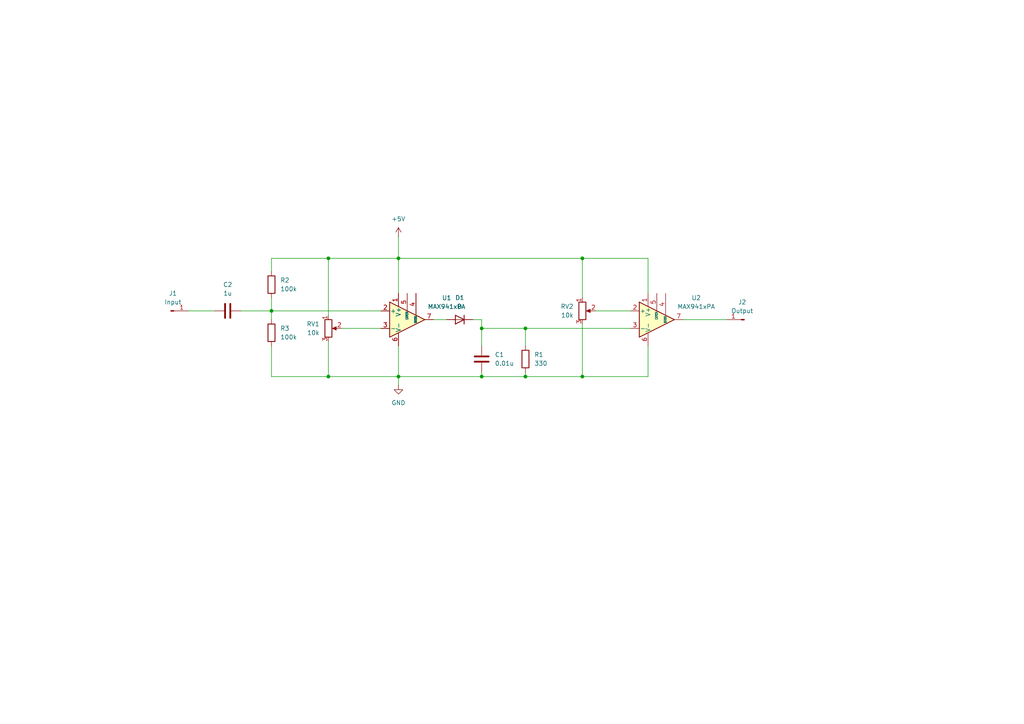
<source format=kicad_sch>
(kicad_sch (version 20231120) (generator "eeschema") (generator_version "8.0")
  (paper "A4")
  (lib_symbols
    (symbol "Comparator:MAX941xPA" (pin_names (offset 0.127))
      (property "Reference" "U" (at 3.81 6.35 0))
      (property "Value" "MAX941xPA" (at 3.81 3.81 0))
      (symbol "MAX941xPA_0_1"
        (polyline (pts (xy -5.08 5.08) (xy -5.08 -5.08) (xy 5.08 0) (xy -5.08 5.08)) (stroke (width 0.254)) (fill (type background)))
      )
      (symbol "MAX941xPA_1_1"
        (pin power_in line (at -2.54 7.62 270) (length 3.81) (name "V+") (number "1"))
        (pin input line (at -7.62 2.54 0) (length 2.54) (name "+") (number "2"))
        (pin input line (at -7.62 -2.54 0) (length 2.54) (name "-") (number "3"))
        (pin input line (at 2.54 7.62 270) (length 6.35) (name "~{SHDN}") (number "4"))
        (pin input line (at 0 7.62 270) (length 5.08) (name "~{LATCH}") (number "5"))
        (pin power_in line (at -2.54 -7.62 90) (length 3.81) (name "V-") (number "6"))
        (pin output line (at 7.62 0 180) (length 2.54) (name "~") (number "7"))
        (pin no_connect line (at 0 -2.54 90) (length 2.54) hide (name "NC") (number "8"))
      )
    )
    (symbol "Connector:Conn_01x01_Pin" (pin_names (offset 1.016) hide)
      (property "Reference" "J" (at 0 2.54 0))
      (property "Value" "Conn_01x01_Pin" (at 0 -2.54 0))
      (symbol "Conn_01x01_Pin_1_1"
        (polyline (pts (xy 1.27 0) (xy 0.8636 0)) (stroke (width 0.1524)))
        (rectangle (start 0.8636 0.127) (end 0 -0.127) (stroke (width 0.1524)) (fill (type outline)))
        (pin passive line (at 5.08 0 180) (length 3.81) (name "Pin_1") (number "1"))
      )
    )
    (symbol "Device:C" (pin_numbers hide) (pin_names (offset 0.254))
      (property "Reference" "C" (at 0.635 2.54 0))
      (property "Value" "C" (at 0.635 -2.54 0))
      (symbol "C_0_1"
        (polyline (pts (xy -2.032 -0.762) (xy 2.032 -0.762)) (stroke (width 0.508)))
        (polyline (pts (xy -2.032 0.762) (xy 2.032 0.762)) (stroke (width 0.508)))
      )
      (symbol "C_1_1"
        (pin passive line (at 0 3.81 270) (length 2.794) (name "~") (number "1"))
        (pin passive line (at 0 -3.81 90) (length 2.794) (name "~") (number "2"))
      )
    )
    (symbol "Device:D" (pin_numbers hide) (pin_names (offset 1.016) hide)
      (property "Reference" "D" (at 0 2.54 0))
      (property "Value" "D" (at 0 -2.54 0))
      (symbol "D_0_1"
        (polyline (pts (xy -1.27 1.27) (xy -1.27 -1.27)) (stroke (width 0.254)))
        (polyline (pts (xy 1.27 0) (xy -1.27 0)))
        (polyline (pts (xy 1.27 1.27) (xy 1.27 -1.27) (xy -1.27 0) (xy 1.27 1.27)) (stroke (width 0.254)))
      )
      (symbol "D_1_1"
        (pin passive line (at -3.81 0 0) (length 2.54) (name "K") (number "1"))
        (pin passive line (at 3.81 0 180) (length 2.54) (name "A") (number "2"))
      )
    )
    (symbol "Device:R" (pin_numbers hide) (pin_names (offset 0))
      (property "Reference" "R" (at 2.032 0 90))
      (property "Value" "R" (at 0 0 90))
      (symbol "R_0_1"
        (rectangle (start -1.016 -2.54) (end 1.016 2.54) (stroke (width 0.254)))
      )
      (symbol "R_1_1"
        (pin passive line (at 0 3.81 270) (length 1.27) (name "~") (number "1"))
        (pin passive line (at 0 -3.81 90) (length 1.27) (name "~") (number "2"))
      )
    )
    (symbol "Device:R_Potentiometer" (pin_names (offset 1.016) hide)
      (property "Reference" "RV" (at -4.445 0 90))
      (property "Value" "R_Potentiometer" (at -2.54 0 90))
      (symbol "R_Potentiometer_0_1"
        (polyline (pts (xy 2.54 0) (xy 1.524 0)))
        (polyline (pts (xy 1.143 0) (xy 2.286 0.508) (xy 2.286 -0.508) (xy 1.143 0)) (fill (type outline)))
        (rectangle (start 1.016 2.54) (end -1.016 -2.54) (stroke (width 0.254)))
      )
      (symbol "R_Potentiometer_1_1"
        (pin passive line (at 0 3.81 270) (length 1.27) (name "1") (number "1"))
        (pin passive line (at 3.81 0 180) (length 1.27) (name "2") (number "2"))
        (pin passive line (at 0 -3.81 90) (length 1.27) (name "3") (number "3"))
      )
    )
    (symbol "power:+5V" (power) (pin_numbers hide) (pin_names (offset 0) hide)
      (property "Value" "+5V" (at 0 3.556 0))
      (symbol "+5V_0_1"
        (polyline (pts (xy -0.762 1.27) (xy 0 2.54)))
        (polyline (pts (xy 0 0) (xy 0 2.54)))
        (polyline (pts (xy 0 2.54) (xy 0.762 1.27)))
      )
      (symbol "+5V_1_1"
        (pin power_in line (at 0 0 90) (length 0) (name "~") (number "1"))
      )
    )
    (symbol "power:GND" (power) (pin_numbers hide) (pin_names (offset 0) hide)
      (property "Value" "GND" (at 0 -3.81 0))
      (symbol "GND_0_1"
        (polyline (pts (xy 0 0) (xy 0 -1.27) (xy 1.27 -1.27) (xy 0 -2.54) (xy -1.27 -1.27) (xy 0 -1.27)))
      )
      (symbol "GND_1_1"
        (pin power_in line (at 0 0 270) (length 0) (name "~") (number "1"))
      )
    )
  )
  (junction (at 152.4 95.25))
  (junction (at 78.74 90.17))
  (junction (at 95.25 109.22))
  (junction (at 115.57 109.22))
  (junction (at 115.57 74.93))
  (junction (at 168.91 74.93))
  (junction (at 152.4 109.22))
  (junction (at 139.7 95.25))
  (junction (at 139.7 109.22))
  (junction (at 168.91 109.22))
  (junction (at 95.25 74.93))
  (wire (pts (xy 78.74 74.93) (xy 95.25 74.93)))
  (wire (pts (xy 168.91 74.93) (xy 168.91 86.36)))
  (wire (pts (xy 139.7 95.25) (xy 139.7 100.33)))
  (wire (pts (xy 187.96 85.09) (xy 187.96 74.93)))
  (wire (pts (xy 187.96 74.93) (xy 168.91 74.93)))
  (wire (pts (xy 139.7 95.25) (xy 152.4 95.25)))
  (wire (pts (xy 152.4 109.22) (xy 168.91 109.22)))
  (wire (pts (xy 139.7 107.95) (xy 139.7 109.22)))
  (wire (pts (xy 115.57 68.58) (xy 115.57 74.93)))
  (wire (pts (xy 78.74 109.22) (xy 95.25 109.22)))
  (wire (pts (xy 95.25 74.93) (xy 115.57 74.93)))
  (wire (pts (xy 115.57 111.76) (xy 115.57 109.22)))
  (wire (pts (xy 172.72 90.17) (xy 182.88 90.17)))
  (wire (pts (xy 95.25 74.93) (xy 95.25 91.44)))
  (wire (pts (xy 115.57 109.22) (xy 115.57 100.33)))
  (wire (pts (xy 139.7 109.22) (xy 152.4 109.22)))
  (wire (pts (xy 152.4 109.22) (xy 152.4 107.95)))
  (wire (pts (xy 99.06 95.25) (xy 110.49 95.25)))
  (wire (pts (xy 168.91 109.22) (xy 187.96 109.22)))
  (wire (pts (xy 54.61 90.17) (xy 62.23 90.17)))
  (wire (pts (xy 78.74 100.33) (xy 78.74 109.22)))
  (wire (pts (xy 78.74 78.74) (xy 78.74 74.93)))
  (wire (pts (xy 137.16 92.71) (xy 139.7 92.71)))
  (wire (pts (xy 152.4 95.25) (xy 152.4 100.33)))
  (wire (pts (xy 115.57 74.93) (xy 115.57 85.09)))
  (wire (pts (xy 78.74 90.17) (xy 78.74 92.71)))
  (wire (pts (xy 139.7 92.71) (xy 139.7 95.25)))
  (wire (pts (xy 168.91 74.93) (xy 115.57 74.93)))
  (wire (pts (xy 78.74 90.17) (xy 110.49 90.17)))
  (wire (pts (xy 78.74 86.36) (xy 78.74 90.17)))
  (wire (pts (xy 187.96 100.33) (xy 187.96 109.22)))
  (wire (pts (xy 115.57 109.22) (xy 139.7 109.22)))
  (wire (pts (xy 95.25 109.22) (xy 115.57 109.22)))
  (wire (pts (xy 125.73 92.71) (xy 129.54 92.71)))
  (wire (pts (xy 198.12 92.71) (xy 210.82 92.71)))
  (wire (pts (xy 182.88 95.25) (xy 152.4 95.25)))
  (wire (pts (xy 69.85 90.17) (xy 78.74 90.17)))
  (wire (pts (xy 95.25 99.06) (xy 95.25 109.22)))
  (wire (pts (xy 168.91 93.98) (xy 168.91 109.22)))
  (symbol (lib_id "Device:C") (at 139.7 104.14 0) (unit 1)
    (property "Reference" "C1" (at 143.51 102.8699 0) (effects (justify left)))
    (property "Value" "0.01u" (at 143.51 105.4099 0) (effects (justify left)))
    (property "Description" "Unpolarized capacitor" (effects (hide yes)))
  )
  (symbol (lib_id "Connector:Conn_01x01_Pin") (at 215.9 92.71 180) (unit 1)
    (property "Reference" "J2" (at 215.265 87.63 0))
    (property "Value" "Output" (at 215.265 90.17 0))
    (property "Description" "Generic connector, single row, 01x01, script generated" (effects (hide yes)))
  )
  (symbol (lib_id "Device:R") (at 78.74 96.52 0) (unit 1)
    (property "Reference" "R3" (at 81.28 95.2499 0) (effects (justify left)))
    (property "Value" "100k" (at 81.28 97.7899 0) (effects (justify left)))
    (property "Description" "Resistor" (effects (hide yes)))
  )
  (symbol (lib_id "Device:R_Potentiometer") (at 95.25 95.25 0) (unit 1)
    (property "Reference" "RV1" (at 92.71 93.9799 0) (effects (justify right)))
    (property "Value" "10k" (at 92.71 96.5199 0) (effects (justify right)))
    (property "Description" "Potentiometer" (effects (hide yes)))
  )
  (symbol (lib_id "Device:R_Potentiometer") (at 168.91 90.17 0) (unit 1)
    (property "Reference" "RV2" (at 166.37 88.8999 0) (effects (justify right)))
    (property "Value" "10k" (at 166.37 91.4399 0) (effects (justify right)))
    (property "Description" "Potentiometer" (effects (hide yes)))
  )
  (symbol (lib_id "Comparator:MAX941xPA") (at 118.11 92.71 0) (unit 1)
    (property "Reference" "U1" (at 129.54 86.3914 0))
    (property "Value" "MAX941xPA" (at 129.54 88.9314 0))
    (property "Footprint" "Package_DIP:DIP-8_W7.62mm" (effects (hide yes)))
    (property "Datasheet" "https://datasheets.maximintegrated.com/en/ds/MAX941-MAX944.pdf" (effects (hide yes)))
    (property "Description" "High-Speed, Low-Power, 3V/5V, Rail-to-Rail, Single-Supply Comparator, PDIP-8" (effects (hide yes)))
  )
  (symbol (lib_id "Connector:Conn_01x01_Pin") (at 49.53 90.17 0) (unit 1)
    (property "Reference" "J1" (at 50.165 85.09 0))
    (property "Value" "Input" (at 50.165 87.63 0))
    (property "Description" "Generic connector, single row, 01x01, script generated" (effects (hide yes)))
  )
  (symbol (lib_id "Device:D") (at 133.35 92.71 180) (unit 1)
    (property "Reference" "D1" (at 133.35 86.36 0))
    (property "Value" "D" (at 133.35 88.9 0))
    (property "Description" "Diode" (effects (hide yes)))
    (property "Sim.Device" "D" (effects (hide yes)))
    (property "Sim.Pins" "1=K 2=A" (effects (hide yes)))
  )
  (symbol (lib_id "Device:R") (at 78.74 82.55 0) (unit 1)
    (property "Reference" "R2" (at 81.28 81.2799 0) (effects (justify left)))
    (property "Value" "100k" (at 81.28 83.8199 0) (effects (justify left)))
    (property "Description" "Resistor" (effects (hide yes)))
  )
  (symbol (lib_id "Comparator:MAX941xPA") (at 190.5 92.71 0) (unit 1)
    (property "Reference" "U2" (at 201.93 86.3914 0))
    (property "Value" "MAX941xPA" (at 201.93 88.9314 0))
    (property "Footprint" "Package_DIP:DIP-8_W7.62mm" (effects (hide yes)))
    (property "Datasheet" "https://datasheets.maximintegrated.com/en/ds/MAX941-MAX944.pdf" (effects (hide yes)))
    (property "Description" "High-Speed, Low-Power, 3V/5V, Rail-to-Rail, Single-Supply Comparator, PDIP-8" (effects (hide yes)))
  )
  (symbol (lib_id "power:+5V") (at 115.57 68.58 0) (unit 1)
    (property "Reference" "#PWR01" (effects (hide yes)))
    (property "Value" "+5V" (at 115.57 63.5 0))
    (property "Description" "Power symbol creates a global label with name \"+5V\"" (effects (hide yes)))
  )
  (symbol (lib_id "Device:R") (at 152.4 104.14 0) (unit 1)
    (property "Reference" "R1" (at 154.94 102.8699 0) (effects (justify left)))
    (property "Value" "330" (at 154.94 105.4099 0) (effects (justify left)))
    (property "Description" "Resistor" (effects (hide yes)))
  )
  (symbol (lib_id "Device:C") (at 66.04 90.17 90) (unit 1)
    (property "Reference" "C2" (at 66.04 82.55 90))
    (property "Value" "1u" (at 66.04 85.09 90))
    (property "Description" "Unpolarized capacitor" (effects (hide yes)))
  )
  (symbol (lib_id "power:GND") (at 115.57 111.76 0) (unit 1)
    (property "Reference" "#PWR03" (effects (hide yes)))
    (property "Value" "GND" (at 115.57 116.84 0))
    (property "Description" "Power symbol creates a global label with name \"GND\" , ground" (effects (hide yes)))
  )
)
</source>
